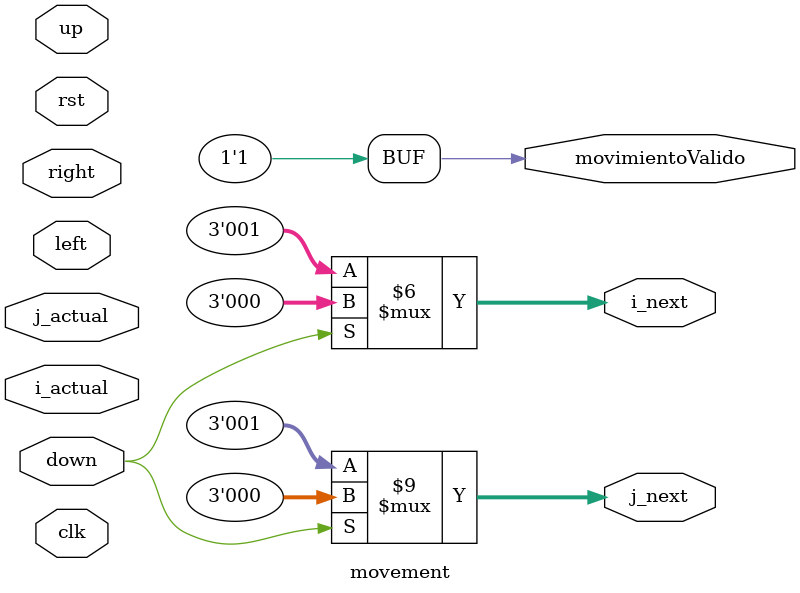
<source format=sv>
module movement(
	input reg [2:0]i_actual, j_actual, 
	input logic up, right, left, down, clk, rst,
	output reg [2:0]i_next, j_next, output logic movimientoValido
);


always @(down) begin
	if(!down) begin
		/*j_next = j_actual-1;
		i_next = i_actual;*/
		j_next = 1;
		i_next = 1;
		movimientoValido = 1'b1;
	end else begin
		j_next = 0;
		i_next = 0;
		movimientoValido = 1'b1;
	end 
end
				
/*
always @(down or right or left or up) begin
	 if (!down) begin
		if(j_actual==3'b000) begin
			j_next = j_actual;
			i_next = i_actual;
			movimientoValido = 1'b1;
		end else begin
			j_next = j_actual+1;
			i_next = i_actual;
			movimientoValido = 1'b1;
			end
	 end else if (!up) begin
		if(j_actual==3'b100) begin
			j_next = j_actual;
			i_next = i_actual;
			movimientoValido = 1'b1;
		end else begin
			j_next = j_actual-1;
			i_next = i_actual;
			movimientoValido = 1'b1;
			end
	end else if (!right) begin
		if(i_actual==3'b000) begin
			j_next = j_actual;
			i_next = i_actual;
			movimientoValido = 1'b1;
		end else begin
			j_next = j_actual;
			i_next = i_actual+1;
			movimientoValido = 1'b1;
			end
	end else if (!left) begin
		if(i_actual==3'b100) begin
			j_next = j_actual;
			i_next = i_actual;
			movimientoValido = 1'b1;
		end else begin
			j_next = j_actual;
			i_next = i_actual-1;
			movimientoValido = 1'b1;
			end
	 end else begin
		  j_next = j_actual;
		  i_next = i_actual;
		  movimientoValido = 1'b1;

	end 
end
*/
endmodule
</source>
